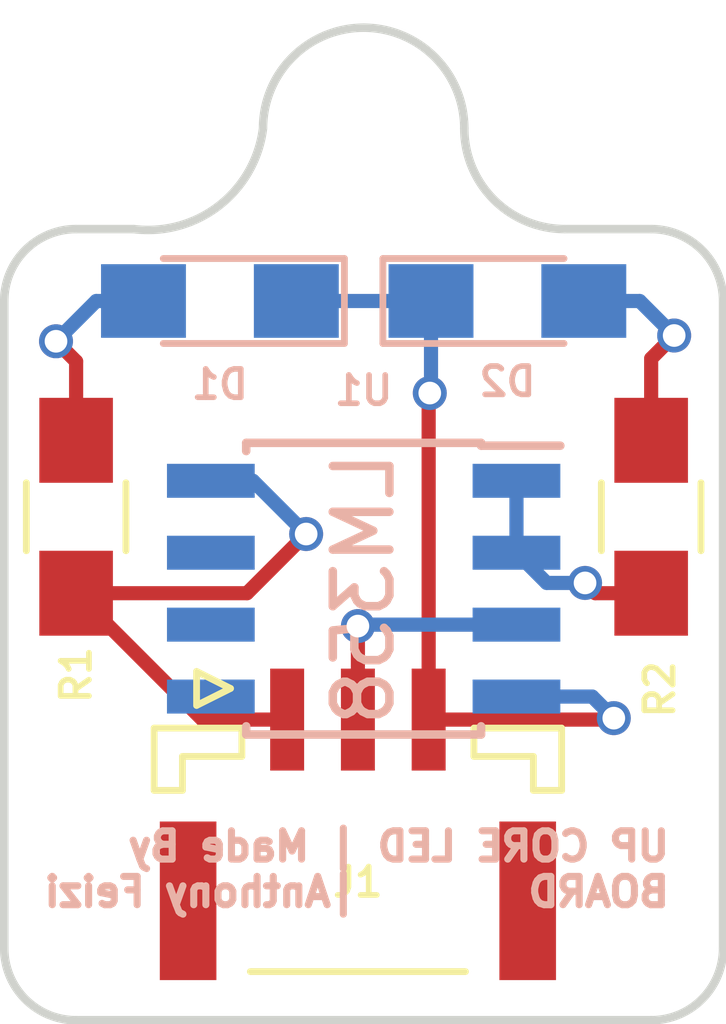
<source format=kicad_pcb>
(kicad_pcb (version 20171130) (host pcbnew "(5.0.2)-1")

  (general
    (thickness 1.6)
    (drawings 14)
    (tracks 41)
    (zones 0)
    (modules 7)
    (nets 7)
  )

  (page A4)
  (layers
    (0 F.Cu signal)
    (31 B.Cu signal)
    (32 B.Adhes user hide)
    (33 F.Adhes user hide)
    (34 B.Paste user hide)
    (35 F.Paste user hide)
    (36 B.SilkS user)
    (37 F.SilkS user)
    (38 B.Mask user)
    (39 F.Mask user)
    (40 Dwgs.User user hide)
    (41 Cmts.User user hide)
    (42 Eco1.User user hide)
    (43 Eco2.User user hide)
    (44 Edge.Cuts user)
    (45 Margin user hide)
    (46 B.CrtYd user hide)
    (47 F.CrtYd user hide)
    (48 B.Fab user hide)
    (49 F.Fab user hide)
  )

  (setup
    (last_trace_width 0.25)
    (trace_clearance 0.2)
    (zone_clearance 0.508)
    (zone_45_only no)
    (trace_min 0.2)
    (segment_width 0.2)
    (edge_width 0.15)
    (via_size 0.6)
    (via_drill 0.4)
    (via_min_size 0.4)
    (via_min_drill 0.3)
    (uvia_size 0.3)
    (uvia_drill 0.1)
    (uvias_allowed no)
    (uvia_min_size 0.2)
    (uvia_min_drill 0.1)
    (pcb_text_width 0.3)
    (pcb_text_size 1.5 1.5)
    (mod_edge_width 0.15)
    (mod_text_size 1 1)
    (mod_text_width 0.15)
    (pad_size 1.55 0.6)
    (pad_drill 0)
    (pad_to_mask_clearance 0.2)
    (solder_mask_min_width 0.25)
    (aux_axis_origin 0 0)
    (visible_elements 7FFFFFFF)
    (pcbplotparams
      (layerselection 0x010f0_80000001)
      (usegerberextensions true)
      (usegerberattributes false)
      (usegerberadvancedattributes false)
      (creategerberjobfile false)
      (excludeedgelayer true)
      (linewidth 0.100000)
      (plotframeref false)
      (viasonmask false)
      (mode 1)
      (useauxorigin false)
      (hpglpennumber 1)
      (hpglpenspeed 20)
      (hpglpendiameter 15.000000)
      (psnegative false)
      (psa4output false)
      (plotreference true)
      (plotvalue true)
      (plotinvisibletext false)
      (padsonsilk false)
      (subtractmaskfromsilk false)
      (outputformat 1)
      (mirror false)
      (drillshape 0)
      (scaleselection 1)
      (outputdirectory "Gerber"))
  )

  (net 0 "")
  (net 1 GND)
  (net 2 "Net-(D1-Pad2)")
  (net 3 "Net-(D2-Pad2)")
  (net 4 +5V)
  (net 5 TX)
  (net 6 "Net-(R2-Pad2)")

  (net_class Default "This is the default net class."
    (clearance 0.2)
    (trace_width 0.25)
    (via_dia 0.6)
    (via_drill 0.4)
    (uvia_dia 0.3)
    (uvia_drill 0.1)
    (add_net +5V)
    (add_net GND)
    (add_net "Net-(D1-Pad2)")
    (add_net "Net-(D2-Pad2)")
    (add_net "Net-(R2-Pad2)")
    (add_net TX)
  )

  (module LEDs:LED_0805_HandSoldering placed (layer B.Cu) (tedit 5C542723) (tstamp 5B68F418)
    (at 165.1 113.03 180)
    (descr "Resistor SMD 0805, hand soldering")
    (tags "resistor 0805")
    (path /5B3C0835)
    (attr smd)
    (fp_text reference D1 (at 0 -1.4732 180) (layer B.SilkS)
      (effects (font (size 0.5 0.5) (thickness 0.1)) (justify mirror))
    )
    (fp_text value LED_Small (at 8.636 -3.302 180) (layer B.Fab) hide
      (effects (font (size 1 1) (thickness 0.15)) (justify mirror))
    )
    (fp_line (start -0.4 0.4) (end -0.4 -0.4) (layer B.Fab) (width 0.1))
    (fp_line (start -0.4 0) (end 0.2 0.4) (layer B.Fab) (width 0.1))
    (fp_line (start 0.2 -0.4) (end -0.4 0) (layer B.Fab) (width 0.1))
    (fp_line (start 0.2 0.4) (end 0.2 -0.4) (layer B.Fab) (width 0.1))
    (fp_line (start -1 -0.62) (end -1 0.62) (layer B.Fab) (width 0.1))
    (fp_line (start 1 -0.62) (end -1 -0.62) (layer B.Fab) (width 0.1))
    (fp_line (start 1 0.62) (end 1 -0.62) (layer B.Fab) (width 0.1))
    (fp_line (start -1 0.62) (end 1 0.62) (layer B.Fab) (width 0.1))
    (fp_line (start 1 -0.75) (end -2.2 -0.75) (layer B.SilkS) (width 0.12))
    (fp_line (start -2.2 0.75) (end 1 0.75) (layer B.SilkS) (width 0.12))
    (fp_line (start -2.35 0.9) (end 2.35 0.9) (layer B.CrtYd) (width 0.05))
    (fp_line (start -2.35 0.9) (end -2.35 -0.9) (layer B.CrtYd) (width 0.05))
    (fp_line (start 2.35 -0.9) (end 2.35 0.9) (layer B.CrtYd) (width 0.05))
    (fp_line (start 2.35 -0.9) (end -2.35 -0.9) (layer B.CrtYd) (width 0.05))
    (fp_line (start -2.2 0.75) (end -2.2 -0.75) (layer B.SilkS) (width 0.12))
    (pad 1 smd rect (at -1.35 0 180) (size 1.5 1.3) (layers B.Cu B.Paste B.Mask)
      (net 1 GND))
    (pad 2 smd rect (at 1.35 0 180) (size 1.5 1.3) (layers B.Cu B.Paste B.Mask)
      (net 2 "Net-(D1-Pad2)"))
    (model ${KISYS3DMOD}/LEDs.3dshapes/LED_0805.wrl
      (at (xyz 0 0 0))
      (scale (xyz 1 1 1))
      (rotate (xyz 0 0 0))
    )
  )

  (module LEDs:LED_0805_HandSoldering placed (layer B.Cu) (tedit 5C54271F) (tstamp 5B68F42D)
    (at 170.18 113.03)
    (descr "Resistor SMD 0805, hand soldering")
    (tags "resistor 0805")
    (path /5B3C126C)
    (attr smd)
    (fp_text reference D2 (at 0 1.4224) (layer B.SilkS)
      (effects (font (size 0.5 0.5) (thickness 0.1)) (justify mirror))
    )
    (fp_text value LED_Small (at 8.636 -1.27) (layer B.Fab) hide
      (effects (font (size 1 1) (thickness 0.15)) (justify mirror))
    )
    (fp_line (start -0.4 0.4) (end -0.4 -0.4) (layer B.Fab) (width 0.1))
    (fp_line (start -0.4 0) (end 0.2 0.4) (layer B.Fab) (width 0.1))
    (fp_line (start 0.2 -0.4) (end -0.4 0) (layer B.Fab) (width 0.1))
    (fp_line (start 0.2 0.4) (end 0.2 -0.4) (layer B.Fab) (width 0.1))
    (fp_line (start -1 -0.62) (end -1 0.62) (layer B.Fab) (width 0.1))
    (fp_line (start 1 -0.62) (end -1 -0.62) (layer B.Fab) (width 0.1))
    (fp_line (start 1 0.62) (end 1 -0.62) (layer B.Fab) (width 0.1))
    (fp_line (start -1 0.62) (end 1 0.62) (layer B.Fab) (width 0.1))
    (fp_line (start 1 -0.75) (end -2.2 -0.75) (layer B.SilkS) (width 0.12))
    (fp_line (start -2.2 0.75) (end 1 0.75) (layer B.SilkS) (width 0.12))
    (fp_line (start -2.35 0.9) (end 2.35 0.9) (layer B.CrtYd) (width 0.05))
    (fp_line (start -2.35 0.9) (end -2.35 -0.9) (layer B.CrtYd) (width 0.05))
    (fp_line (start 2.35 -0.9) (end 2.35 0.9) (layer B.CrtYd) (width 0.05))
    (fp_line (start 2.35 -0.9) (end -2.35 -0.9) (layer B.CrtYd) (width 0.05))
    (fp_line (start -2.2 0.75) (end -2.2 -0.75) (layer B.SilkS) (width 0.12))
    (pad 1 smd rect (at -1.35 0) (size 1.5 1.3) (layers B.Cu B.Paste B.Mask)
      (net 1 GND))
    (pad 2 smd rect (at 1.35 0) (size 1.5 1.3) (layers B.Cu B.Paste B.Mask)
      (net 3 "Net-(D2-Pad2)"))
    (model ${KISYS3DMOD}/LEDs.3dshapes/LED_0805.wrl
      (at (xyz 0 0 0))
      (scale (xyz 1 1 1))
      (rotate (xyz 0 0 0))
    )
  )

  (module Connectors_JST:JST_GH_SM03B-GHS-TB_03x1.25mm_Angled placed (layer F.Cu) (tedit 5C542793) (tstamp 5B68F45B)
    (at 167.5384 122.0216)
    (descr "JST GH series connector, SM03B-GHS-TB, side entry type")
    (tags "connector jst GH SMT side horizontal entry 1.25mm pitch")
    (path /5B3C391C)
    (attr smd)
    (fp_text reference J1 (at 0 1.27) (layer F.SilkS)
      (effects (font (size 0.5 0.5) (thickness 0.1)))
    )
    (fp_text value Conn_01x03 (at 0.6096 8.2804) (layer F.Fab) hide
      (effects (font (size 1 1) (thickness 0.15)))
    )
    (fp_text user %R (at 0 0.45) (layer F.Fab)
      (effects (font (size 1 1) (thickness 0.15)))
    )
    (fp_line (start -3.5 -1.3) (end -3.5 2.75) (layer F.Fab) (width 0.1))
    (fp_line (start -3.5 2.75) (end 3.5 2.75) (layer F.Fab) (width 0.1))
    (fp_line (start 3.5 2.75) (end 3.5 -1.3) (layer F.Fab) (width 0.1))
    (fp_line (start 3.5 -1.3) (end -3.5 -1.3) (layer F.Fab) (width 0.1))
    (fp_line (start -1.9 2.85) (end 1.9 2.85) (layer F.SilkS) (width 0.12))
    (fp_line (start -3.6 -0.35) (end -3.6 -1.45) (layer F.SilkS) (width 0.12))
    (fp_line (start -3.6 -1.45) (end -2.05 -1.45) (layer F.SilkS) (width 0.12))
    (fp_line (start -2.05 -1.45) (end -2.05 -0.95) (layer F.SilkS) (width 0.12))
    (fp_line (start -2.05 -0.95) (end -3.1 -0.95) (layer F.SilkS) (width 0.12))
    (fp_line (start -3.1 -0.95) (end -3.1 -0.35) (layer F.SilkS) (width 0.12))
    (fp_line (start -3.1 -0.35) (end -3.6 -0.35) (layer F.SilkS) (width 0.12))
    (fp_line (start 3.6 -0.35) (end 3.6 -1.45) (layer F.SilkS) (width 0.12))
    (fp_line (start 3.6 -1.45) (end 2.05 -1.45) (layer F.SilkS) (width 0.12))
    (fp_line (start 2.05 -1.45) (end 2.05 -0.95) (layer F.SilkS) (width 0.12))
    (fp_line (start 2.05 -0.95) (end 3.1 -0.95) (layer F.SilkS) (width 0.12))
    (fp_line (start 3.1 -0.95) (end 3.1 -0.35) (layer F.SilkS) (width 0.12))
    (fp_line (start 3.1 -0.35) (end 3.6 -0.35) (layer F.SilkS) (width 0.12))
    (fp_line (start -2.25 -2.15) (end -2.85 -2.45) (layer F.SilkS) (width 0.12))
    (fp_line (start -2.85 -2.45) (end -2.85 -1.85) (layer F.SilkS) (width 0.12))
    (fp_line (start -2.85 -1.85) (end -2.25 -2.15) (layer F.SilkS) (width 0.12))
    (fp_line (start -2.25 -2.15) (end -2.85 -2.45) (layer F.Fab) (width 0.1))
    (fp_line (start -2.85 -2.45) (end -2.85 -1.85) (layer F.Fab) (width 0.1))
    (fp_line (start -2.85 -1.85) (end -2.25 -2.15) (layer F.Fab) (width 0.1))
    (fp_line (start -1.5 2.7) (end -1.5 1.2) (layer F.Fab) (width 0.1))
    (fp_line (start -1.5 1.2) (end -1 1.2) (layer F.Fab) (width 0.1))
    (fp_line (start -1 1.2) (end -1 2.7) (layer F.Fab) (width 0.1))
    (fp_line (start -0.25 2.7) (end -0.25 1.2) (layer F.Fab) (width 0.1))
    (fp_line (start -0.25 1.2) (end 0.25 1.2) (layer F.Fab) (width 0.1))
    (fp_line (start 0.25 1.2) (end 0.25 2.7) (layer F.Fab) (width 0.1))
    (fp_line (start 1 2.7) (end 1 1.2) (layer F.Fab) (width 0.1))
    (fp_line (start 1 1.2) (end 1.5 1.2) (layer F.Fab) (width 0.1))
    (fp_line (start 1.5 1.2) (end 1.5 2.7) (layer F.Fab) (width 0.1))
    (fp_line (start -4 -3.1) (end -4 3.5) (layer F.CrtYd) (width 0.05))
    (fp_line (start -4 3.5) (end 4 3.5) (layer F.CrtYd) (width 0.05))
    (fp_line (start 4 3.5) (end 4 -3.1) (layer F.CrtYd) (width 0.05))
    (fp_line (start 4 -3.1) (end -4 -3.1) (layer F.CrtYd) (width 0.05))
    (pad 1 smd rect (at -1.25 -1.6) (size 0.6 1.8) (layers F.Cu F.Paste F.Mask)
      (net 4 +5V))
    (pad 2 smd rect (at 0 -1.6) (size 0.6 1.8) (layers F.Cu F.Paste F.Mask)
      (net 5 TX))
    (pad 3 smd rect (at 1.25 -1.6) (size 0.6 1.8) (layers F.Cu F.Paste F.Mask)
      (net 1 GND))
    (pad "" smd rect (at 3 1.6) (size 1 2.8) (layers F.Cu F.Paste F.Mask))
    (pad "" smd rect (at -3 1.6) (size 1 2.8) (layers F.Cu F.Paste F.Mask))
  )

  (module Resistors_SMD:R_0805_HandSoldering placed (layer F.Cu) (tedit 5C54315F) (tstamp 5B68F46C)
    (at 162.56 116.84 90)
    (descr "Resistor SMD 0805, hand soldering")
    (tags "resistor 0805")
    (path /5B3C092C)
    (attr smd)
    (fp_text reference R1 (at -2.794 0 90) (layer F.SilkS)
      (effects (font (size 0.5 0.5) (thickness 0.1)))
    )
    (fp_text value R_Small (at -6.096 -7.112 90) (layer F.Fab) hide
      (effects (font (size 1 1) (thickness 0.15)))
    )
    (fp_text user %R (at 0 0 90) (layer F.Fab)
      (effects (font (size 0.5 0.5) (thickness 0.075)))
    )
    (fp_line (start -1 0.62) (end -1 -0.62) (layer F.Fab) (width 0.1))
    (fp_line (start 1 0.62) (end -1 0.62) (layer F.Fab) (width 0.1))
    (fp_line (start 1 -0.62) (end 1 0.62) (layer F.Fab) (width 0.1))
    (fp_line (start -1 -0.62) (end 1 -0.62) (layer F.Fab) (width 0.1))
    (fp_line (start 0.6 0.88) (end -0.6 0.88) (layer F.SilkS) (width 0.12))
    (fp_line (start -0.6 -0.88) (end 0.6 -0.88) (layer F.SilkS) (width 0.12))
    (fp_line (start -2.35 -0.9) (end 2.35 -0.9) (layer F.CrtYd) (width 0.05))
    (fp_line (start -2.35 -0.9) (end -2.35 0.9) (layer F.CrtYd) (width 0.05))
    (fp_line (start 2.35 0.9) (end 2.35 -0.9) (layer F.CrtYd) (width 0.05))
    (fp_line (start 2.35 0.9) (end -2.35 0.9) (layer F.CrtYd) (width 0.05))
    (pad 1 smd rect (at -1.35 0 90) (size 1.5 1.3) (layers F.Cu F.Paste F.Mask)
      (net 4 +5V))
    (pad 2 smd rect (at 1.35 0 90) (size 1.5 1.3) (layers F.Cu F.Paste F.Mask)
      (net 2 "Net-(D1-Pad2)"))
    (model ${KISYS3DMOD}/Resistors_SMD.3dshapes/R_0805.wrl
      (at (xyz 0 0 0))
      (scale (xyz 1 1 1))
      (rotate (xyz 0 0 0))
    )
  )

  (module Resistors_SMD:R_0805_HandSoldering placed (layer F.Cu) (tedit 5C542946) (tstamp 5B68F47D)
    (at 172.72 116.84 270)
    (descr "Resistor SMD 0805, hand soldering")
    (tags "resistor 0805")
    (path /5B3C0A76)
    (attr smd)
    (fp_text reference R2 (at 3.048 -0.1524 270) (layer F.SilkS)
      (effects (font (size 0.5 0.5) (thickness 0.1)))
    )
    (fp_text value R_Small (at 4.572 -4.572 270) (layer F.Fab) hide
      (effects (font (size 1 1) (thickness 0.15)))
    )
    (fp_text user %R (at 0 0 270) (layer F.Fab)
      (effects (font (size 0.5 0.5) (thickness 0.075)))
    )
    (fp_line (start -1 0.62) (end -1 -0.62) (layer F.Fab) (width 0.1))
    (fp_line (start 1 0.62) (end -1 0.62) (layer F.Fab) (width 0.1))
    (fp_line (start 1 -0.62) (end 1 0.62) (layer F.Fab) (width 0.1))
    (fp_line (start -1 -0.62) (end 1 -0.62) (layer F.Fab) (width 0.1))
    (fp_line (start 0.6 0.88) (end -0.6 0.88) (layer F.SilkS) (width 0.12))
    (fp_line (start -0.6 -0.88) (end 0.6 -0.88) (layer F.SilkS) (width 0.12))
    (fp_line (start -2.35 -0.9) (end 2.35 -0.9) (layer F.CrtYd) (width 0.05))
    (fp_line (start -2.35 -0.9) (end -2.35 0.9) (layer F.CrtYd) (width 0.05))
    (fp_line (start 2.35 0.9) (end 2.35 -0.9) (layer F.CrtYd) (width 0.05))
    (fp_line (start 2.35 0.9) (end -2.35 0.9) (layer F.CrtYd) (width 0.05))
    (pad 1 smd rect (at -1.35 0 270) (size 1.5 1.3) (layers F.Cu F.Paste F.Mask)
      (net 3 "Net-(D2-Pad2)"))
    (pad 2 smd rect (at 1.35 0 270) (size 1.5 1.3) (layers F.Cu F.Paste F.Mask)
      (net 6 "Net-(R2-Pad2)"))
    (model ${KISYS3DMOD}/Resistors_SMD.3dshapes/R_0805.wrl
      (at (xyz 0 0 0))
      (scale (xyz 1 1 1))
      (rotate (xyz 0 0 0))
    )
  )

  (module Housings_SOIC:SOIC-8_3.9x4.9mm_Pitch1.27mm (layer B.Cu) (tedit 5C542C53) (tstamp 5B68F4A1)
    (at 167.64 118.11 180)
    (descr "8-Lead Plastic Small Outline (SN) - Narrow, 3.90 mm Body [SOIC] (see Microchip Packaging Specification 00000049BS.pdf)")
    (tags "SOIC 1.27")
    (path /5B3C05CA)
    (attr smd)
    (fp_text reference U1 (at 0 3.5 180) (layer B.SilkS)
      (effects (font (size 0.5 0.5) (thickness 0.1)) (justify mirror))
    )
    (fp_text value LM358 (at 0 0 270) (layer B.SilkS)
      (effects (font (size 1 1) (thickness 0.15)) (justify mirror))
    )
    (fp_text user %R (at 0 0 180) (layer B.Fab)
      (effects (font (size 1 1) (thickness 0.15)) (justify mirror))
    )
    (fp_line (start -0.95 2.45) (end 1.95 2.45) (layer B.Fab) (width 0.1))
    (fp_line (start 1.95 2.45) (end 1.95 -2.45) (layer B.Fab) (width 0.1))
    (fp_line (start 1.95 -2.45) (end -1.95 -2.45) (layer B.Fab) (width 0.1))
    (fp_line (start -1.95 -2.45) (end -1.95 1.45) (layer B.Fab) (width 0.1))
    (fp_line (start -1.95 1.45) (end -0.95 2.45) (layer B.Fab) (width 0.1))
    (fp_line (start -3.73 2.7) (end -3.73 -2.7) (layer B.CrtYd) (width 0.05))
    (fp_line (start 3.73 2.7) (end 3.73 -2.7) (layer B.CrtYd) (width 0.05))
    (fp_line (start -3.73 2.7) (end 3.73 2.7) (layer B.CrtYd) (width 0.05))
    (fp_line (start -3.73 -2.7) (end 3.73 -2.7) (layer B.CrtYd) (width 0.05))
    (fp_line (start -2.075 2.575) (end -2.075 2.525) (layer B.SilkS) (width 0.15))
    (fp_line (start 2.075 2.575) (end 2.075 2.43) (layer B.SilkS) (width 0.15))
    (fp_line (start 2.075 -2.575) (end 2.075 -2.43) (layer B.SilkS) (width 0.15))
    (fp_line (start -2.075 -2.575) (end -2.075 -2.43) (layer B.SilkS) (width 0.15))
    (fp_line (start -2.075 2.575) (end 2.075 2.575) (layer B.SilkS) (width 0.15))
    (fp_line (start -2.075 -2.575) (end 2.075 -2.575) (layer B.SilkS) (width 0.15))
    (fp_line (start -2.075 2.525) (end -3.475 2.525) (layer B.SilkS) (width 0.15))
    (pad 1 smd rect (at -2.7 1.905 180) (size 1.55 0.6) (layers B.Cu B.Paste B.Mask)
      (net 6 "Net-(R2-Pad2)"))
    (pad 2 smd rect (at -2.7 0.635 180) (size 1.55 0.6) (layers B.Cu B.Paste B.Mask)
      (net 6 "Net-(R2-Pad2)"))
    (pad 3 smd rect (at -2.7 -0.635 180) (size 1.55 0.6) (layers B.Cu B.Paste B.Mask)
      (net 5 TX))
    (pad 4 smd rect (at -2.7 -1.905 180) (size 1.55 0.6) (layers B.Cu B.Paste B.Mask)
      (net 1 GND))
    (pad 5 smd rect (at 2.7 -1.905 180) (size 1.55 0.6) (layers B.Cu B.Paste B.Mask))
    (pad 6 smd rect (at 2.7 -0.635 180) (size 1.55 0.6) (layers B.Cu B.Paste B.Mask))
    (pad 7 smd rect (at 2.7 0.635 180) (size 1.55 0.6) (layers B.Cu B.Paste B.Mask))
    (pad 8 smd rect (at 2.7 1.905 180) (size 1.55 0.6) (layers B.Cu B.Paste B.Mask)
      (net 4 +5V))
    (model ${KISYS3DMOD}/Housings_SOIC.3dshapes/SOIC-8_3.9x4.9mm_Pitch1.27mm.wrl
      (at (xyz 0 0 0))
      (scale (xyz 1 1 1))
      (rotate (xyz 0 0 0))
    )
  )

  (module Mounting_Holes:MountingHole_2.5mm (layer F.Cu) (tedit 5C543306) (tstamp 5C5432EE)
    (at 167.64 110.49)
    (descr "Mounting Hole 2.5mm, no annular")
    (tags "mounting hole 2.5mm no annular")
    (attr virtual)
    (fp_text reference REF** (at 0 -3.5) (layer F.SilkS) hide
      (effects (font (size 1 1) (thickness 0.15)))
    )
    (fp_text value MountingHole_2.5mm (at -0.635 -5.461) (layer F.Fab) hide
      (effects (font (size 1 1) (thickness 0.15)))
    )
    (fp_text user %R (at 0.3 0) (layer F.Fab)
      (effects (font (size 1 1) (thickness 0.15)))
    )
    (fp_circle (center 0 0) (end 2.5 0) (layer Cmts.User) (width 0.15))
    (fp_circle (center 0 0) (end 2.75 0) (layer F.CrtYd) (width 0.05))
    (pad 1 np_thru_hole circle (at 0 0) (size 2.5 2.5) (drill 2.5) (layers *.Cu *.Mask))
  )

  (gr_line (start 173.99 113.03) (end 173.99 124.46) (angle 90) (layer Edge.Cuts) (width 0.15))
  (gr_line (start 161.29 113.03) (end 161.29 124.46) (angle 90) (layer Edge.Cuts) (width 0.15))
  (gr_line (start 162.56 125.73) (end 172.72 125.73) (angle 90) (layer Edge.Cuts) (width 0.15))
  (gr_arc (start 172.72 124.46) (end 173.99 124.46) (angle 90) (layer Edge.Cuts) (width 0.15))
  (gr_arc (start 162.56 124.46) (end 162.56 125.73) (angle 90) (layer Edge.Cuts) (width 0.15))
  (gr_line (start 163.576 111.76) (end 162.56 111.76) (angle 90) (layer Edge.Cuts) (width 0.15))
  (gr_line (start 171.196 111.76) (end 172.72 111.76) (angle 90) (layer Edge.Cuts) (width 0.15))
  (gr_arc (start 167.64 109.982) (end 167.64 108.204) (angle 90) (layer Edge.Cuts) (width 0.15))
  (gr_arc (start 167.64 109.982) (end 165.862 109.982) (angle 90) (layer Edge.Cuts) (width 0.15))
  (gr_arc (start 171.196 109.982) (end 171.196 111.76) (angle 90) (layer Edge.Cuts) (width 0.15))
  (gr_arc (start 163.83 109.728) (end 165.862 109.982) (angle 90) (layer Edge.Cuts) (width 0.15))
  (gr_arc (start 162.56 113.03) (end 161.29 113.03) (angle 90) (layer Edge.Cuts) (width 0.15))
  (gr_arc (start 172.72 113.03) (end 172.72 111.76) (angle 90) (layer Edge.Cuts) (width 0.15))
  (gr_text "UP CORE LED | Made By \nBOARD        |Anthony Feizi " (at 173.101 123.063) (layer B.SilkS)
    (effects (font (size 0.5 0.5) (thickness 0.125)) (justify left mirror))
  )

  (segment (start 168.7884 120.4216) (end 172.034 120.4216) (width 0.25) (layer F.Cu) (net 1))
  (segment (start 171.6786 120.015) (end 170.34 120.015) (width 0.25) (layer B.Cu) (net 1) (tstamp 5C5428D4))
  (segment (start 172.0596 120.396) (end 171.6786 120.015) (width 0.25) (layer B.Cu) (net 1) (tstamp 5C5428D3))
  (via (at 172.0596 120.396) (size 0.6) (drill 0.4) (layers F.Cu B.Cu) (net 1))
  (segment (start 172.034 120.4216) (end 172.0596 120.396) (width 0.25) (layer F.Cu) (net 1) (tstamp 5C5428CC))
  (segment (start 168.7884 120.4216) (end 168.7884 114.6756) (width 0.25) (layer F.Cu) (net 1))
  (segment (start 168.83 114.634) (end 168.83 113.03) (width 0.25) (layer B.Cu) (net 1) (tstamp 5C542836))
  (segment (start 168.8084 114.6556) (end 168.83 114.634) (width 0.25) (layer B.Cu) (net 1) (tstamp 5C542835))
  (via (at 168.8084 114.6556) (size 0.6) (drill 0.4) (layers F.Cu B.Cu) (net 1))
  (segment (start 168.7884 114.6756) (end 168.8084 114.6556) (width 0.25) (layer F.Cu) (net 1) (tstamp 5C542820))
  (segment (start 166.45 113.03) (end 166.45 113.11) (width 0.25) (layer B.Cu) (net 1))
  (segment (start 168.83 113.03) (end 166.45 113.03) (width 0.25) (layer B.Cu) (net 1))
  (segment (start 163.75 113.03) (end 162.9156 113.03) (width 0.25) (layer B.Cu) (net 2))
  (segment (start 162.56 114.0968) (end 162.56 115.49) (width 0.25) (layer F.Cu) (net 2) (tstamp 5C54287A))
  (segment (start 162.2044 113.7412) (end 162.56 114.0968) (width 0.25) (layer F.Cu) (net 2) (tstamp 5C542879))
  (via (at 162.2044 113.7412) (size 0.6) (drill 0.4) (layers F.Cu B.Cu) (net 2))
  (segment (start 162.9156 113.03) (end 162.2044 113.7412) (width 0.25) (layer B.Cu) (net 2) (tstamp 5C542870))
  (segment (start 163.83 113.03) (end 163.75 113.03) (width 0.25) (layer B.Cu) (net 2) (tstamp 5B6932A8))
  (segment (start 171.53 113.03) (end 172.5168 113.03) (width 0.25) (layer B.Cu) (net 3))
  (segment (start 172.72 114.046) (end 172.72 115.49) (width 0.25) (layer F.Cu) (net 3) (tstamp 5C542861))
  (segment (start 173.1264 113.6396) (end 172.72 114.046) (width 0.25) (layer F.Cu) (net 3) (tstamp 5C542860))
  (via (at 173.1264 113.6396) (size 0.6) (drill 0.4) (layers F.Cu B.Cu) (net 3))
  (segment (start 172.5168 113.03) (end 173.1264 113.6396) (width 0.25) (layer B.Cu) (net 3) (tstamp 5C542857))
  (segment (start 171.45 113.03) (end 171.53 113.03) (width 0.25) (layer B.Cu) (net 3) (tstamp 5B6CE23C))
  (segment (start 162.56 118.19) (end 165.5788 118.19) (width 0.25) (layer F.Cu) (net 4))
  (segment (start 166.624 117.1448) (end 165.6842 116.205) (width 0.25) (layer B.Cu) (net 4) (tstamp 5C54289A))
  (via (at 166.624 117.1448) (size 0.6) (drill 0.4) (layers F.Cu B.Cu) (net 4))
  (segment (start 165.5788 118.19) (end 166.624 117.1448) (width 0.25) (layer F.Cu) (net 4) (tstamp 5C54288F))
  (segment (start 165.6842 116.205) (end 164.94 116.205) (width 0.25) (layer B.Cu) (net 4) (tstamp 5C54289B))
  (segment (start 166.2884 120.4216) (end 164.7916 120.4216) (width 0.25) (layer F.Cu) (net 4))
  (segment (start 164.7916 120.4216) (end 162.56 118.19) (width 0.25) (layer F.Cu) (net 4) (tstamp 5C542887))
  (segment (start 167.5384 120.4216) (end 167.5384 118.7704) (width 0.25) (layer F.Cu) (net 5))
  (segment (start 167.5638 118.745) (end 170.34 118.745) (width 0.25) (layer B.Cu) (net 5) (tstamp 5C5428BD))
  (segment (start 167.5384 118.7704) (end 167.5638 118.745) (width 0.25) (layer B.Cu) (net 5) (tstamp 5C5428BC))
  (via (at 167.5384 118.7704) (size 0.6) (drill 0.4) (layers F.Cu B.Cu) (net 5))
  (segment (start 170.34 116.205) (end 170.34 117.475) (width 0.25) (layer B.Cu) (net 6))
  (segment (start 170.34 117.475) (end 170.8734 118.0084) (width 0.25) (layer B.Cu) (net 6) (tstamp 5C542842))
  (segment (start 170.8734 118.0084) (end 171.5516 118.0084) (width 0.25) (layer B.Cu) (net 6) (tstamp 5C542844))
  (via (at 171.5516 118.0084) (size 0.6) (drill 0.4) (layers F.Cu B.Cu) (net 6))
  (segment (start 171.5516 118.0084) (end 171.7332 118.19) (width 0.25) (layer F.Cu) (net 6) (tstamp 5C54284B))
  (segment (start 171.7332 118.19) (end 172.72 118.19) (width 0.25) (layer F.Cu) (net 6) (tstamp 5C54284C))

)

</source>
